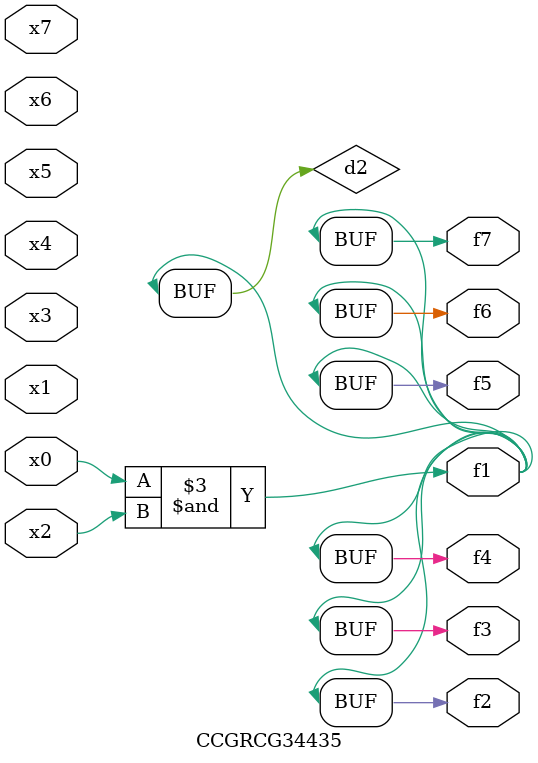
<source format=v>
module CCGRCG34435(
	input x0, x1, x2, x3, x4, x5, x6, x7,
	output f1, f2, f3, f4, f5, f6, f7
);

	wire d1, d2;

	nor (d1, x3, x6);
	and (d2, x0, x2);
	assign f1 = d2;
	assign f2 = d2;
	assign f3 = d2;
	assign f4 = d2;
	assign f5 = d2;
	assign f6 = d2;
	assign f7 = d2;
endmodule

</source>
